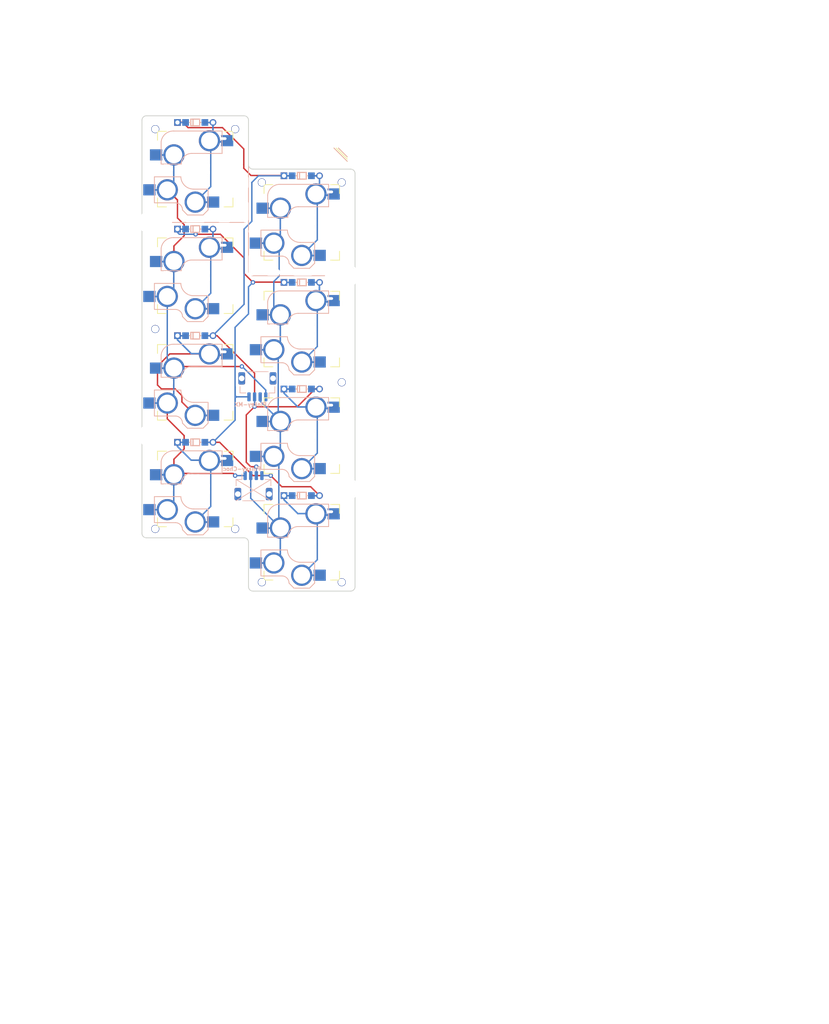
<source format=kicad_pcb>
(kicad_pcb (version 20210228) (generator pcbnew)
  (title_block (rev "1") (company "@e3w2q"))
  (layers (0 "F.Cu" signal) (31 "B.Cu" signal) (34 "B.Paste" user) (35 "F.Paste" user) (36 "B.SilkS" user "B.Silkscreen") (37 "F.SilkS" user "F.Silkscreen") (38 "B.Mask" user) (39 "F.Mask" user) (44 "Edge.Cuts" user))
  (net 0 "")
  (footprint "#footprint:M2_Nut_Hole_rev2" (layer "F.Cu") (at 88.9 71.040625)
    (fp_text reference "H11")
    (fp_text value "MountingHole")
  )
  (footprint "#footprint:M2_Nut_Hole_rev2" (layer "F.Cu") (at 88.9 32.940625)
    (fp_text reference "H12")
    (fp_text value "MountingHole")
  )
  (footprint "#footprint:CherryMX_Choc_Hotswap_rev9_test" (layer "F.Cu") (at 96.04375 23.415625)
    (fp_text reference "SW13" hide)
    (fp_text value "SW_Push" hide)
  )
  (footprint "#footprint:CherryMX_Choc_Hotswap_rev9_test" (layer "F.Cu") (at 115.09375 51.990625)
    (fp_text reference "SW18" hide)
    (fp_text value "SW_Push" hide)
  )
  (footprint "#footprint:M1.4_tapping_Hole_rev2" (layer "F.Cu") (at 107.95 25.796875)
    (fp_text reference "H33" hide)
    (fp_text value "MountingHole" hide)
  )
  (footprint "#footprint:M2_Nut_Hole_rev2" (layer "F.Cu") (at 122.2375 42.465625)
    (fp_text reference "H9")
    (fp_text value "MountingHole")
  )
  (footprint "#footprint:diode_TH_SMD_rev3" (layer "F.Cu") (at 96.04375 53.18125)
    (fp_text reference "D33")
    (fp_text value "D" hide)
  )
  (footprint "#footprint:M1.4_tapping_Hole_rev2" (layer "F.Cu") (at 88.90005 87.709325)
    (fp_text reference "H44" hide)
    (fp_text value "MountingHole" hide)
  )
  (footprint "#footprint:Slit" (layer "F.Cu") (at 115.292663 41.870383 90)
    (fp_text reference "H88")
    (fp_text value "MountingHole")
  )
  (footprint "#footprint:Slitb_b" (layer "F.Cu") (at 101.203565 32.345386 90)
    (fp_text reference "H74")
    (fp_text value "MountingHole")
  )
  (footprint "#footprint:Slitb_c" (layer "F.Cu") (at 106.164515 34.528204)
    (fp_text reference "H75")
    (fp_text value "MountingHole")
  )
  (footprint "#footprint:M2_Nut_Hole_rev2" (layer "F.Cu") (at 122.23755 80.565625)
    (fp_text reference "H10")
    (fp_text value "MountingHole")
  )
  (footprint "#footprint:diode_TH_SMD_rev3" (layer "F.Cu") (at 96.04375 34.13125)
    (fp_text reference "D17")
    (fp_text value "D" hide)
  )
  (footprint "#footprint:CherryMX_Choc_Hotswap_rev9_test" (layer "F.Cu") (at 115.09375 90.090625)
    (fp_text reference "SW38" hide)
    (fp_text value "SW_Push" hide)
  )
  (footprint "#footprint:CherryMX_Choc_Hotswap_rev9_test" (layer "F.Cu") (at 115.09375 71.040625)
    (fp_text reference "SW34" hide)
    (fp_text value "SW_Push" hide)
  )
  (footprint "#footprint:diode_TH_SMD_rev3" (layer "F.Cu") (at 115.09375 43.65625)
    (fp_text reference "D18")
    (fp_text value "D" hide)
  )
  (footprint "#footprint:CherryMX_Choc_Hotswap_rev9_test" (layer "F.Cu") (at 96.04375 42.465625)
    (fp_text reference "SW17" hide)
    (fp_text value "SW_Push" hide)
  )
  (footprint "#footprint:Slit" (layer "F.Cu") (at 96.04375 32.345383 90)
    (fp_text reference "H85")
    (fp_text value "MountingHole")
  )
  (footprint "#footprint:CherryMX_Choc_Hotswap_rev9_test" (layer "F.Cu") (at 96.04375 80.565625)
    (fp_text reference "SW37" hide)
    (fp_text value "SW_Push" hide)
  )
  (footprint "#footprint:diode_TH_SMD_rev3" (layer "F.Cu") (at 115.09375 81.75625)
    (fp_text reference "D38")
    (fp_text value "D" hide)
  )
  (footprint "#footprint:M1.4_tapping_Hole_rev2" (layer "F.Cu") (at 103.1875 87.709375)
    (fp_text reference "H45" hide)
    (fp_text value "MountingHole" hide)
  )
  (footprint "#footprint:M1.4_tapping_Hole_rev2" (layer "F.Cu") (at 122.237758 61.515745)
    (fp_text reference "H123" hide)
    (fp_text value "MountingHole" hide)
  )
  (footprint "#footprint:Slit" (layer "F.Cu") (at 106.164515 40.481344)
    (fp_text reference "H55")
    (fp_text value "MountingHole")
  )
  (footprint "#footprint:diode_TH_SMD_rev3" (layer "F.Cu") (at 115.09375 24.60625)
    (fp_text reference "D14")
    (fp_text value "D" hide)
  )
  (footprint "#footprint:Slitb_b" (layer "F.Cu") (at 104.973887 25.796932)
    (fp_text reference "H73")
    (fp_text value "MountingHole")
  )
  (footprint "#footprint:diode_TH_SMD_rev3" (layer "F.Cu") (at 115.09375 62.70625)
    (fp_text reference "D34")
    (fp_text value "D" hide)
  )
  (footprint "#footprint:M1.4_tapping_Hole_rev2" (layer "F.Cu") (at 88.90005 16.271825)
    (fp_text reference "H34" hide)
    (fp_text value "MountingHole" hide)
  )
  (footprint "#footprint:diode_TH_SMD_rev3" (layer "F.Cu") (at 96.04375 15.08125)
    (fp_text reference "D13")
    (fp_text value "D" hide)
  )
  (footprint "#footprint:M1.4_tapping_Hole_rev2" (layer "F.Cu") (at 103.1875 16.271875)
    (fp_text reference "H32" hide)
    (fp_text value "MountingHole" hide)
  )
  (footprint "#footprint:Slit" (layer "F.Cu") (at 104.973887 30.95632)
    (fp_text reference "H86")
    (fp_text value "MountingHole")
  )
  (footprint "#footprint:M1.4_tapping_Hole_rev2" (layer "F.Cu") (at 72.628125 68.2625)
    (fp_text reference "H122" hide)
    (fp_text value "MountingHole" hide)
  )
  (footprint "#footprint:Slitb_b" (layer "F.Cu") (at 109.934837 41.87041 90)
    (fp_text reference "H87")
    (fp_text value "MountingHole")
  )
  (footprint "#footprint:diode_TH_SMD_rev3" (layer "F.Cu") (at 96.04375 72.23125)
    (fp_text reference "D37")
    (fp_text value "D" hide)
  )
  (footprint "#footprint:CherryMX_Choc_Hotswap_rev9_test" (layer "F.Cu") (at 115.09375 32.940625)
    (fp_text reference "SW14" hide)
    (fp_text value "SW_Push" hide)
  )
  (footprint "#footprint:M1.4_tapping_Hole_rev2" (layer "F.Cu") (at 107.95005 97.234325)
    (fp_text reference "H46" hide)
    (fp_text value "MountingHole" hide)
  )
  (footprint "#footprint:CherryMX_Choc_Hotswap_rev9_test" (layer "F.Cu") (at 96.04375 61.515625)
    (fp_text reference "SW33" hide)
    (fp_text value "SW_Push" hide)
  )
  (footprint "#footprint:M1.4_tapping_Hole_rev2" (layer "F.Cu") (at 122.23755 97.234325)
    (fp_text reference "H47" hide)
    (fp_text value "MountingHole" hide)
  )
  (footprint "#footprint:M1.4_tapping_Hole_rev2" (layer "F.Cu") (at 122.23755 25.796825)
    (fp_text reference "H35" hide)
    (fp_text value "MountingHole" hide)
  )
  (footprint "#footprint:M1.4_tapping_Hole_rev2" (layer "F.Cu") (at 88.9 51.990625)
    (fp_text reference "H122" hide)
    (fp_text value "MountingHole" hide)
  )
  (footprint "#footprint:JST_SH_BM03B-SRSS-TB_1x04-1MP_P1.00mm_Vertical" (layer "B.Cu") (at 106.465625 79.984375)
    (fp_text reference "J9")
    (fp_text value "Conn_01x04")
  )
  (footprint "#footprint:JST_SH_BM03B-SRSS-TB_1x04-1MP_P1.00mm_Vertical" (layer "B.Cu") (at 107.15625 62.309375 180)
    (fp_text reference "J8")
    (fp_text value "Conn_01x04")
  )
  (gr_line (start 105.568796 41.870383) (end 105.568823 22.621897) (layer "B.SilkS") (width 0.15))
  (gr_line (start 121.642188 19.645313) (end 123.229688 21.232813) (layer "B.SilkS") (width 0.15))
  (gr_line (start 91.678136 32.940646) (end 104.973482 32.940673) (layer "B.SilkS") (width 0.15))
  (gr_line (start 120.848438 19.645313) (end 123.229688 22.026563) (layer "B.SilkS") (width 0.15))
  (gr_line (start 106.16411 42.465697) (end 119.261641 42.465724) (layer "B.SilkS") (width 0.15))
  (gr_line (start 120.848438 19.645313) (end 123.229688 22.026563) (layer "F.SilkS") (width 0.15))
  (gr_line (start 121.642188 19.645313) (end 123.229688 21.232813) (layer "F.SilkS") (width 0.15))
  (gr_line (start 121.245313 19.645313) (end 123.229688 21.629688) (layer "F.SilkS") (width 0.15))
  (gr_arc (start 87.3125 14.684375) (end 87.3125 13.890625) (angle -90) (layer "Edge.Cuts") (width 0.15))
  (gr_line (start 105.56875 98.028125) (end 105.56875 90.090625) (layer "Edge.Cuts") (width 0.15))
  (gr_line (start 123.825 23.415625) (end 106.3625 23.415625) (layer "Edge.Cuts") (width 0.15))
  (gr_arc (start 123.825 98.028125) (end 124.61875 98.028125) (angle 90) (layer "Edge.Cuts") (width 0.15))
  (gr_arc (start 106.3625 22.621875) (end 105.56875 22.621875) (angle -90) (layer "Edge.Cuts") (width 0.15))
  (gr_arc (start 104.775 14.684375) (end 105.56875 14.684375) (angle -90) (layer "Edge.Cuts") (width 0.15))
  (gr_arc (start 123.825 24.209375) (end 123.825 23.415625) (angle 90) (layer "Edge.Cuts") (width 0.15))
  (gr_arc (start 104.775 90.090625) (end 105.56875 90.090625) (angle -90) (layer "Edge.Cuts") (width 0.15))
  (gr_line (start 124.61875 24.209375) (end 124.61875 98.028125) (layer "Edge.Cuts") (width 0.15))
  (gr_arc (start 106.3625 98.028125) (end 105.56875 98.028125) (angle -90) (layer "Edge.Cuts") (width 0.15))
  (gr_line (start 86.51875 14.684375) (end 86.51875 88.503125) (layer "Edge.Cuts") (width 0.15))
  (gr_line (start 106.3625 98.821875) (end 123.825 98.821875) (layer "Edge.Cuts") (width 0.15))
  (gr_line (start 104.775 13.890625) (end 87.3125 13.890625) (layer "Edge.Cuts") (width 0.15))
  (gr_line (start 87.3125 89.296875) (end 104.775 89.296875) (layer "Edge.Cuts") (width 0.15))
  (gr_arc (start 87.3125 88.503125) (end 86.51875 88.503125) (angle -90) (layer "Edge.Cuts") (width 0.15))
  (gr_line (start 105.56875 22.621875) (end 105.56875 14.684375) (layer "Edge.Cuts") (width 0.15))
  (gr_text "Pinkey-MX" (at 105.965842 65.484375) (layer "B.SilkS") (effects (font (size 0.7 0.7)) (justify mirror)))
  (gr_text "Pinkey-Choc" (at 104.378125 76.99375) (layer "B.SilkS") (effects (font (size 0.7 0.7)) (justify mirror)))
  (segment (start 94.059375 73.421875) (end 92.23375 75.2475) (width 0.25) (layer "F.Cu") (net 0))
  (segment (start 92.86875 28.940625) (end 92.471875 28.54375) (width 0.25) (layer "F.Cu") (net 0))
  (segment (start 89.296875 58.620223) (end 91.481473 56.435625) (width 0.25) (layer "F.Cu") (net 0))
  (segment (start 104.378125 58.681931) (end 104.367956 58.6921) (width 0.25) (layer "F.Cu") (net 0))
  (segment (start 92.23375 75.2475) (end 92.23375 78.025625) (width 0.25) (layer "F.Cu") (net 0))
  (segment (start 94.059375 33.3375) (end 92.86875 32.146875) (width 0.25) (layer "F.Cu") (net 0))
  (segment (start 92.23375 39.925625) (end 92.23375 37.1475) (width 0.25) (layer "F.Cu") (net 0))
  (segment (start 105.171875 67.342034) (end 106.655148 65.858761) (width 0.25) (layer "F.Cu") (net 0))
  (segment (start 92.468271 77.791104) (end 92.23375 78.025625) (width 0.25) (layer "F.Cu") (net 0))
  (segment (start 99.949721 53.18125) (end 99.21875 53.18125) (width 0.25) (layer "F.Cu") (net 0))
  (segment (start 92.455771 62.690146) (end 89.994779 62.690146) (width 0.25) (layer "F.Cu") (net 0))
  (segment (start 109.5375 78.184375) (end 106.3625 78.184375) (width 0.25) (layer "F.Cu") (net 0))
  (segment (start 106.677637 65.88125) (end 114.300631 65.88125) (width 0.25) (layer "F.Cu") (net 0))
  (segment (start 96.04375 67.415625) (end 93.6625 65.034375) (width 0.25) (layer "F.Cu") (net 0))
  (segment (start 91.481473 56.435625) (end 98.58375 56.435625) (width 0.25) (layer "F.Cu") (net 0))
  (segment (start 106.362953 43.656352) (end 104.775449 42.068848) (width 0.25) (layer "F.Cu") (net 0))
  (segment (start 104.775449 39.291074) (end 100.540136 35.055761) (width 0.25) (layer "F.Cu") (net 0))
  (segment (start 102.794229 77.791104) (end 92.468271 77.791104) (width 0.25) (layer "F.Cu") (net 0))
  (segment (start 89.994779 62.690146) (end 89.296875 61.992242) (width 0.25) (layer "F.Cu") (net 0))
  (segment (start 104.72735 22.574225) (end 104.72735 19.820397) (width 0.25) (layer "F.Cu") (net 0))
  (segment (start 106.655148 65.858761) (end 106.677637 65.88125) (width 0.25) (layer "F.Cu") (net 0))
  (segment (start 100.409375 72.23125) (end 99.21875 72.23125) (width 0.25) (layer "F.Cu") (net 0))
  (segment (start 93.793675 15.0336) (end 92.868375 15.0336) (width 0.25) (layer "F.Cu") (net 0))
  (segment (start 104.72735 19.820397) (end 100.912714 16.005761) (width 0.25) (layer "F.Cu") (net 0))
  (segment (start 92.469275 58.6921) (end 92.233375 58.928) (width 0.25) (layer "F.Cu") (net 0))
  (segment (start 106.410705 43.6086) (end 111.918375 43.6086) (width 0.25) (layer "F.Cu") (net 0))
  (segment (start 111.521875 80.16875) (end 116.68125 80.16875) (width 0.25) (layer "F.Cu") (net 0))
  (segment (start 92.86875 32.146875) (end 92.86875 28.940625) (width 0.25) (layer "F.Cu") (net 0))
  (segment (start 94.059375 35.321875) (end 94.059375 33.3375) (width 0.25) (layer "F.Cu") (net 0))
  (segment (start 100.540136 35.055761) (end 96.111696 35.055761) (width 0.25) (layer "F.Cu") (net 0))
  (segment (start 106.3625 78.184375) (end 100.409375 72.23125) (width 0.25) (layer "F.Cu") (net 0))
  (segment (start 117.523281 62.6586) (end 118.268375 62.6586) (width 0.25) (layer "F.Cu") (net 0))
  (segment (start 104.72735 23.272675) (end 106.013275 24.5586) (width 0.25) (layer "F.Cu") (net 0))
  (segment (start 94.059375 71.040625) (end 94.059375 73.421875) (width 0.25) (layer "F.Cu") (net 0))
  (segment (start 93.6625 63.896875) (end 92.455771 62.690146) (width 0.25) (layer "F.Cu") (net 0))
  (segment (start 106.655148 59.886677) (end 99.949721 53.18125) (width 0.25) (layer "F.Cu") (net 0))
  (segment (start 106.362953 43.656352) (end 106.410705 43.6086) (width 0.25) (layer "F.Cu") (net 0))
  (segment (start 94.765836 16.005761) (end 93.793675 15.0336) (width 0.25) (layer "F.Cu") (net 0))
  (segment (start 91.04375 68.025) (end 94.059375 71.040625) (width 0.25) (layer "F.Cu") (net 0))
  (segment (start 89.296875 61.992242) (end 89.296875 58.620223) (width 0.25) (layer "F.Cu") (net 0))
  (segment (start 103.1875 78.184375) (end 102.794229 77.791104) (width 0.25) (layer "F.Cu") (net 0))
  (segment (start 109.5375 78.184375) (end 111.521875 80.16875) (width 0.25) (layer "F.Cu") (net 0))
  (segment (start 104.775449 42.068848) (end 104.775449 39.291074) (width 0.25) (layer "F.Cu") (net 0))
  (segment (start 105.965625 76.596875) (end 105.171875 75.803125) (width 0.25) (layer "F.Cu") (net 0))
  (segment (start 92.86875 28.940625) (end 91.04375 27.115625) (width 0.25) (layer "F.Cu") (net 0))
  (segment (start 105.171875 75.803125) (end 105.171875 67.342034) (width 0.25) (layer "F.Cu") (net 0))
  (segment (start 100.912714 16.005761) (end 94.765836 16.005761) (width 0.25) (layer "F.Cu") (net 0))
  (segment (start 106.655148 65.858761) (end 106.655148 59.886677) (width 0.25) (layer "F.Cu") (net 0))
  (segment (start 116.68125 80.16875) (end 118.26875 81.75625) (width 0.25) (layer "F.Cu") (net 0))
  (segment (start 92.23375 37.1475) (end 94.059375 35.321875) (width 0.25) (layer "F.Cu") (net 0))
  (segment (start 114.300631 65.88125) (end 117.523281 62.6586) (width 0.25) (layer "F.Cu") (net 0))
  (segment (start 104.367956 58.6921) (end 92.469275 58.6921) (width 0.25) (layer "F.Cu") (net 0))
  (segment (start 93.6625 65.034375) (end 93.6625 63.896875) (width 0.25) (layer "F.Cu") (net 0))
  (segment (start 91.04375 65.215625) (end 91.04375 68.025) (width 0.25) (layer "F.Cu") (net 0))
  (segment (start 111.918375 24.5586) (end 106.013275 24.5586) (width 0.25) (layer "F.Cu") (net 0))
  (segment (start 104.72735 22.574225) (end 104.72735 23.272675) (width 0.25) (layer "F.Cu") (net 0))
  (segment (start 106.655148 65.858761) (end 106.655148 65.802447) (width 0.25) (layer "F.Cu") (net 0))
  (segment (start 106.957812 76.596875) (end 105.965625 76.596875) (width 0.25) (layer "F.Cu") (net 0))
  (via (at 109.5375 78.184375) (size 0.8) (drill 0.4) (layers "F.Cu" "B.Cu") (net 0))
  (via (at 106.655148 65.858761) (size 0.8) (drill 0.4) (layers "F.Cu" "B.Cu") (net 0))
  (via (at 103.1875 78.184375) (size 0.8) (drill 0.4) (layers "F.Cu" "B.Cu") (net 0))
  (via (at 104.378125 58.681931) (size 0.8) (drill 0.4) (layers "F.Cu" "B.Cu") (net 0))
  (via (at 106.362953 43.656352) (size 0.8) (drill 0.4) (layers "F.Cu" "B.Cu") (net 0))
  (via (at 96.111696 35.055761) (size 0.8) (drill 0.4) (layers "F.Cu" "B.Cu") (net 0))
  (via (at 106.957812 76.596875) (size 0.8) (drill 0.4) (layers "F.Cu" "B.Cu") (net 0))
  (segment (start 91.018375 46.181125) (end 92.208375 44.991125) (width 0.25) (layer "B.Cu") (net 0))
  (segment (start 100.853475 56.6556) (end 100.857975 56.6556) (width 0.25) (layer "B.Cu") (net 0))
  (segment (start 99.155175 15.0968) (end 99.218375 15.0336) (width 0.25) (layer "B.Cu") (net 0))
  (segment (start 113.305175 81.7718) (end 113.368375 81.7086) (width 0.25) (layer "B.Cu") (net 0))
  (segment (start 117.868271 66.195146) (end 117.868271 74.166104) (width 0.25) (layer "B.Cu") (net 0))
  (segment (start 106.956475 74.7561) (end 106.893375 74.693) (width 0.25) (layer "B.Cu") (net 0))
  (segment (start 87.906475 27.1311) (end 90.368475 27.1311) (width 0.25) (layer "B.Cu") (net 0))
  (segment (start 114.378975 84.963) (end 111.918375 82.5024) (width 0.25) (layer "B.Cu") (net 0))
  (segment (start 98.818271 45.591104) (end 96.04375 48.365625) (width 0.25) (layer "B.Cu") (net 0))
  (segment (start 100.851275 75.7056) (end 100.853475 75.7056) (width 0.25) (layer "B.Cu") (net 0))
  (segment (start 111.258375 73.5661) (end 111.258375 69.2795) (width 0.25) (layer "B.Cu") (net 0))
  (segment (start 92.868375 72.977375) (end 92.868375 72.183625) (width 0.25) (layer "B.Cu") (net 0))
  (segment (start 119.539075 47.1306) (end 119.826775 47.1306) (width 0.25) (layer "B.Cu") (net 0))
  (segment (start 99.913775 18.5556) (end 100.489275 18.5556) (width 0.25) (layer "B.Cu") (net 0))
  (segment (start 110.068375 74.756125) (end 111.258375 73.566125) (width 0.25) (layer "B.Cu") (net 0))
  (segment (start 117.812875 66.1806) (end 118.963675 66.1806) (width 0.25) (layer "B.Cu") (net 0))
  (segment (start 115.068375 38.8561) (end 115.156475 38.8561) (width 0.25) (layer "B.Cu") (net 0))
  (segment (start 115.156475 57.9061) (end 115.093375 57.843) (width 0.25) (layer "B.Cu") (net 0))
  (segment (start 108.093375 30.353) (end 108.093375 30.4161) (width 0.25) (layer "B.Cu") (net 0))
  (segment (start 94.255175 15.0968) (end 94.318375 15.0336) (width 0.25) (layer "B.Cu") (net 0))
  (segment (start 98.762895 37.605645) (end 101.06472 37.605645) (width 0.25) (layer "B.Cu") (net 0))
  (segment (start 98.495275 56.388) (end 98.558375 56.4511) (width 0.25) (layer "B.Cu") (net 0))
  (segment (start 97.831575 34.1468) (end 99.155175 34.1468) (width 0.25) (layer "B.Cu") (net 0))
  (segment (start 119.899975 47.1306) (end 119.900075 47.1306) (width 0.25) (layer "B.Cu") (net 0))
  (segment (start 97.831575 53.1968) (end 99.155175 53.1968) (width 0.25) (layer "B.Cu") (net 0))
  (segment (start 96.106475 29.3311) (end 99.208375 29.3311) (width 0.25) (layer "B.Cu") (net 0))
  (segment (start 117.812895 28.080645) (end 120.11472 28.080645) (width 0.25) (layer "B.Cu") (net 0))
  (segment (start 99.913775 56.6556) (end 100.489275 56.6556) (width 0.25) (layer "B.Cu") (net 0))
  (segment (start 116.881575 62.7218) (end 118.243375 62.7218) (width 0.25) (layer "B.Cu") (net 0))
  (segment (start 115.156475 57.9061) (end 118.258375 57.9061) (width 0.25) (layer "B.Cu") (net 0))
  (segment (start 119.916675 85.2306) (end 119.934675 85.2306) (width 0.25) (layer "B.Cu") (net 0))
  (segment (start 119.826775 66.1806) (end 119.898675 66.1806) (width 0.25) (layer "B.Cu") (net 0))
  (segment (start 92.868375 53.927375) (end 92.868375 53.133625) (width 0.25) (layer "B.Cu") (net 0))
  (segment (start 110.09375 74.740625) (end 110.994239 75.641114) (width 0.25) (layer "B.Cu") (net 0))
  (segment (start 119.907675 28.0806) (end 119.916675 28.0806) (width 0.25) (layer "B.Cu") (net 0))
  (segment (start 106.893375 93.743) (end 106.893375 93.8061) (width 0.25) (layer "B.Cu") (net 0))
  (segment (start 87.843375 84.218) (end 87.843375 84.2811) (width 0.25) (layer "B.Cu") (net 0))
  (segment (start 98.762875 37.6056) (end 99.913775 37.6056) (width 0.25) (layer "B.Cu") (net 0))
  (segment (start 119.900175 47.1306) (end 119.900475 47.1306) (width 0.25) (layer "B.Cu") (net 0))
  (segment (start 115.068375 96.006125) (end 118.258375 96.006125) (width 0.25) (layer "B.Cu") (net 0))
  (segment (start 118.268375 24.5586) (end 118.268375 27.178) (width 0.25) (layer "B.Cu") (net 0))
  (segment (start 99.913775 37.6056) (end 100.489275 37.6056) (width 0.25) (layer "B.Cu") (net 0))
  (segment (start 92.843375 72.2468) (end 92.931575 72.2468) (width 0.25) (layer "B.Cu") (net 0))
  (segment (start 111.981575 43.6718) (end 113.305175 43.6718) (width 0.25) (layer "B.Cu") (net 0))
  (segment (start 111.28375 68.500625) (end 107.65625 64.873125) (width 0.25) (layer "B.Cu") (net 0))
  (segment (start 87.843375 84.2811) (end 91.018375 84.2811) (width 0.25) (layer "B.Cu") (net 0))
  (segment (start 96.018375 86.481125) (end 99.208375 86.481125) (width 0.25) (layer "B.Cu") (net 0))
  (segment (start 92.233375 39.878) (end 92.208375 39.903) (width 0.25) (layer "B.Cu") (net 0))
  (segment (start 106.868375 36.6561) (end 106.893375 36.6561) (width 0.25) (layer "B.Cu") (net 0))
  (segment (start 100.857975 56.6556) (end 100.866975 56.6556) (width 0.25) (layer "B.Cu") (net 0))
  (segment (start 117.633375 46.863) (end 117.608375 46.888) (width 0.25) (layer "B.Cu") (net 0))
  (segment (start 100.920875 37.6056) (end 101.064675 37.6056) (width 0.25) (layer "B.Cu") (net 0))
  (segment (start 87.818375 84.281125) (end 91.018375 84.281125) (width 0.25) (layer "B.Cu") (net 0))
  (segment (start 118.268375 24.558625) (end 118.268375 27.178) (width 0.25) (layer "B.Cu") (net 0))
  (segment (start 118.258375 38.8561) (end 118.268375 38.8461) (width 0.25) (layer "B.Cu") (net 0))
  (segment (start 98.818271 26.541104) (end 96.04375 29.315625) (width 0.25) (layer "B.Cu") (net 0))
  (segment (start 99.155175 34.1468) (end 99.218375 34.0836) (width 0.25) (layer "B.Cu") (net 0))
  (segment (start 118.258375 96.0061) (end 118.268375 95.9961) (width 0.25) (layer "B.Cu") (net 0))
  (segment (start 92.208375 64.041125) (end 92.208375 58.991125) (width 0.25) (layer "B.Cu") (net 0))
  (segment (start 119.899975 28.0806) (end 119.900075 28.0806) (width 0.25) (layer "B.Cu") (net 0))
  (segment (start 92.931575 15.0968) (end 92.868375 15.0336) (width 0.25) (layer "B.Cu") (net 0))
  (segment (start 106.965625 76.604688) (end 106.965625 78.184375) (width 0.25) (layer "B.Cu") (net 0))
  (segment (start 119.898675 47.1306) (end 119.899875 47.1306) (width 0.25) (layer "B.Cu") (net 0))
  (segment (start 117.812875 47.1306) (end 118.963675 47.1306) (width 0.25) (layer "B.Cu") (net 0))
  (segment (start 92.843375 15.0968) (end 94.293375 15.0968) (width 0.25) (layer "B.Cu") (net 0))
  (segment (start 92.208375 21.6545) (end 92.208375 20.8911) (width 0.25) (layer "B.Cu") (net 0))
  (segment (start 98.583375 56.388) (end 95.329 56.388) (width 0.25) (layer "B.Cu") (net 0))
  (segment (start 110.068375 55.7061) (end 110.663375 55.1111) (width 0.25) (layer "B.Cu") (net 0))
  (segment (start 106.893375 36.593) (end 106.893375 36.6561) (width 0.25) (layer "B.Cu") (net 0))
  (segment (start 100.850175 37.6056) (end 100.851275 37.6056) (width 0.25) (layer "B.Cu") (net 0))
  (segment (start 118.268375 28.5361) (end 117.812875 28.0806) (width 0.25) (layer "B.Cu") (net 0))
  (segment (start 119.900475 28.0806) (end 119.900975 28.0806) (width 0.25) (layer "B.Cu") (net 0))
  (segment (start 119.826775 85.2306) (end 119.898675 85.2306) (width 0.25) (layer "B.Cu") (net 0))
  (segment (start 99.155175 15.0968) (end 99.193375 15.0968) (width 0.25) (layer "B.Cu") (net 0))
  (segment (start 100.853475 18.5556) (end 100.857975 18.5556) (width 0.25) (layer "B.Cu") (net 0))
  (segment (start 118.268375 85.6861) (end 117.812875 85.2306) (width 0.25) (layer "B.Cu") (net 0))
  (segment (start 98.495275 56.388) (end 95.328975 56.388) (width 0.25) (layer "B.Cu") (net 0))
  (segment (start 100.489275 18.5556) (end 100.776975 18.5556) (width 0.25) (layer "B.Cu") (net 0))
  (segment (start 106.868375 74.7561) (end 106.956475 74.7561) (width 0.25) (layer "B.Cu") (net 0))
  (segment (start 105.965625 78.184375) (end 105.965625 82.2325) (width 0.25) (layer "B.Cu") (net 0))
  (segment (start 96.04375 86.465625) (end 98.818271 83.691104) (width 0.25) (layer "B.Cu") (net 0))
  (segment (start 99.218375 34.0836) (end 99.218375 36.703) (width 0.25) (layer "B.Cu") (net 0))
  (segment (start 100.920875 75.7056) (end 101.064675 75.7056) (width 0.25) (layer "B.Cu") (net 0))
  (segment (start 117.608375 46.888) (end 117.608375 46.9261) (width 0.25) (layer "B.Cu") (net 0))
  (segment (start 99.208375 48.381125) (end 99.218375 48.371125) (width 0.25) (layer "B.Cu") (net 0))
  (segment (start 115.156475 38.8561) (end 118.258375 38.8561) (width 0.25) (layer "B.Cu") (net 0))
  (segment (start 104.433694 58.681931) (end 108.65625 62.904487) (width 0.25) (layer "B.Cu") (net 0))
  (segment (start 115.093375 76.893) (end 115.093375 76.9561) (width 0.25) (layer "B.Cu") (net 0))
  (segment (start 119.900975 28.0806) (end 119.903175 28.0806) (width 0.25) (layer "B.Cu") (net 0))
  (segment (start 119.900175 66.1806) (end 119.900475 66.1806) (width 0.25) (layer "B.Cu") (net 0))
  (segment (start 118.268375 43.6086) (end 118.268375 44.9183) (width 0.25) (layer "B.Cu") (net 0))
  (segment (start 91.018375 27.131125) (end 92.208375 25.941125) (width 0.25) (layer "B.Cu") (net 0))
  (segment (start 118.963675 85.2306) (end 119.539075 85.2306) (width 0.25) (layer "B.Cu") (net 0))
  (segment (start 104.965625 78.184375) (end 103.1875 78.184375) (width 0.25) (layer "B.Cu") (net 0))
  (segment (start 113.305175 81.7718) (end 113.343375 81.7718) (width 0.25) (layer "B.Cu") (net 0))
  (segment (start 107.355197 24.60625) (end 106.164515 25.796932) (width 0.25) (layer "B.Cu") (net 0))
  (segment (start 90.368475 65.2311) (end 91.018375 65.2311) (width 0.25) (layer "B.Cu") (net 0))
  (segment (start 108.068375 87.5661) (end 108.093375 87.5661) (width 0.25) (layer "B.Cu") (net 0))
  (segment (start 100.850175 56.6556) (end 100.851275 56.6556) (width 0.25) (layer "B.Cu") (net 0))
  (segment (start 115.093375 96.0061) (end 118.258375 96.0061) (width 0.25) (layer "B.Cu") (net 0))
  (segment (start 100.849875 56.6556) (end 100.849975 56.6556) (width 0.25) (layer "B.Cu") (net 0))
  (segment (start 117.868271 85.245146) (end 117.868271 93.216104) (width 0.25) (layer "B.Cu") (net 0))
  (segment (start 106.465275 55.2772) (end 106.465275 56.1242) (width 0.25) (layer "B.Cu") (net 0))
  (segment (start 98.762875 56.6556) (end 99.913775 56.6556) (width 0.25) (layer "B.Cu") (net 0))
  (segment (start 106.868375 93.806125) (end 110.068375 93.806125) (width 0.25) (layer "B.Cu") (net 0))
  (segment (start 92.208375 79.3938) (end 92.208375 78.0411) (width 0.25) (layer "B.Cu") (net 0))
  (segment (start 111.28375 68.500625) (end 110.88077 68.097645) (width 0.25) (layer "B.Cu") (net 0))
  (segment (start 89.106475 39.9411) (end 89.043375 39.878) (width 0.25) (layer "B.Cu") (net 0))
  (segment (start 111.258375 30.378) (end 111.258375 30.4161) (width 0.25) (layer "B.Cu") (net 0))
  (segment (start 99.208375 48.3811) (end 99.218375 48.3711) (width 0.25) (layer "B.Cu") (net 0))
  (segment (start 117.633375 84.963) (end 117.545275 84.963) (width 0.25) (layer "B.Cu") (net 0))
  (segment (start 100.866975 56.6556) (end 100.884975 56.6556) (width 0.25) (layer "B.Cu") (net 0))
  (segment (start 91.613375 83.6861) (end 92.208375 83.0911) (width 0.25) (layer "B.Cu") (net 0))
  (segment (start 100.851275 56.6556) (end 100.853475 56.6556) (width 0.25) (layer "B.Cu") (net 0))
  (segment (start 108.093375 87.503) (end 108.093375 87.5661) (width 0.25) (layer "B.Cu") (net 0))
  (segment (start 90.368475 27.1311) (end 91.942975 28.7056) (width 0.25) (layer "B.Cu") (net 0))
  (segment (start 100.849575 18.5556) (end 100.849875 18.5556) (width 0.25) (layer "B.Cu") (net 0))
  (segment (start 99.218375 76.161125) (end 98.558375 75.501125) (width 0.25) (layer "B.Cu") (net 0))
  (segment (start 97.743375 34.1468) (end 97.831575 34.1468) (width 0.25) (layer "B.Cu") (net 0))
  (segment (start 117.633375 27.813) (end 117.608375 27.838) (width 0.25) (layer "B.Cu") (net 0))
  (segment (start 91.018375 46.1811) (end 91.613375 45.5861) (width 0.25) (layer "B.Cu") (net 0))
  (segment (start 92.931575 72.2468) (end 92.868375 72.1836) (width 0.25) (layer "B.Cu") (net 0))
  (segment (start 100.849575 56.6556) (end 100.849875 56.6556) (width 0.25) (layer "B.Cu") (net 0))
  (segment (start 91.942975 39.9411) (end 89.106475 39.9411) (width 0.25) (layer "B.Cu") (net 0))
  (segment (start 100.849875 75.7056) (end 100.849975 75.7056) (width 0.25) (layer "B.Cu") (net 0))
  (segment (start 111.893375 24.6218) (end 113.343375 24.6218) (width 0.25) (layer "B.Cu") (net 0))
  (segment (start 97.743375 72.2468) (end 97.831575 72.2468) (width 0.25) (layer "B.Cu") (net 0))
  (segment (start 119.970575 85.2306) (end 120.114375 85.2306) (width 0.25) (layer "B.Cu") (net 0))
  (segment (start 111.981575 81.7718) (end 111.918375 81.7086) (width 0.25) (layer "B.Cu") (net 0))
  (segment (start 100.857975 18.5556) (end 100.866975 18.5556) (width 0.25) (layer "B.Cu") (net 0))
  (segment (start 119.907675 66.1806) (end 119.916675 66.1806) (width 0.25) (layer "B.Cu") (net 0))
  (segment (start 110.068375 36.656125) (end 111.258375 35.466125) (width 0.25) (layer "B.Cu") (net 0))
  (segment (start 110.663375 74.1611) (end 110.625275 74.1611) (width 0.25) (layer "B.Cu") (net 0))
  (segment (start 100.851275 18.5556) (end 100.853475 18.5556) (width 0.25) (layer "B.Cu") (net 0))
  (segment (start 100.850075 18.5556) (end 100.850175 18.5556) (width 0.25) (layer "B.Cu") (net 0))
  (segment (start 87.843375 65.2311) (end 90.368475 65.2311) (width 0.25) (layer "B.Cu") (net 0))
  (segment (start 118.268375 44.9183) (end 118.243375 44.8933) (width 0.25) (layer "B.Cu") (net 0))
  (segment (start 105.965625 82.2325) (end 111.28375 87.550625) (width 0.25) (layer "B.Cu") (net 0))
  (segment (start 92.208375 44.991125) (end 92.208375 39.941125) (width 0.25) (layer "B.Cu") (net 0))
  (segment (start 89.106475 39.9411) (end 89.018375 39.9411) (width 0.25) (layer "B.Cu") (net 0))
  (segment (start 116.793375 43.6718) (end 118.243375 43.6718) (width 0.25) (layer "B.Cu") (net 0))
  (segment (start 118.268375 43.608625) (end 118.268375 46.228) (width 0.25) (layer "B.Cu") (net 0))
  (segment (start 111.918375 63.4524) (end 111.918375 62.6586) (width 0.25) (layer "B.Cu") (net 0))
  (segment (start 98.762875 37.6056) (end 98.558375 37.4011) (width 0.25) (layer "B.Cu") (net 0))
  (segment (start 117.63375 27.860625) (end 117.868271 28.095146) (width 0.25) (layer "B.Cu") (net 0))
  (segment (start 106.868375 55.7061) (end 110.068375 55.7061) (width 0.25) (layer "B.Cu") (net 0))
  (segment (start 92.208375 25.9411) (end 92.208375 21.6545) (width 0.25) (layer "B.Cu") (net 0))
  (segment (start 111.258375 92.6161) (end 110.663375 93.2111) (width 0.25) (layer "B.Cu") (net 0))
  (segment (start 108.156475 49.4661) (end 108.093375 49.403) (width 0.25) (layer "B.Cu") (net 0))
  (segment (start 87.818375 27.1311) (end 87.906475 27.1311) (width 0.25) (layer "B.Cu") (net 0))
  (segment (start 118.258375 76.956125) (end 118.268375 76.946125) (width 0.25) (layer "B.Cu") (net 0))
  (segment (start 91.575275 83.6861) (end 91.043375 84.218) (width 0.25) (layer "B.Cu") (net 0))
  (segment (start 92.208375 58.9911) (end 90.605875 58.9911) (width 0.25) (layer "B.Cu") (net 0))
  (segment (start 119.900975 66.1806) (end 119.903175 66.1806) (width 0.25) (layer "B.Cu") (net 0))
  (segment (start 98.762875 75.7056) (end 98.558375 75.5011) (width 0.25) (layer "B.Cu") (net 0))
  (segment (start 118.258375 76.9561) (end 118.268375 76.9461) (width 0.25) (layer "B.Cu") (net 0))
  (segment (start 98.762875 56.6556) (end 98.558375 56.4511) (width 0.25) (layer "B.Cu") (net 0))
  (segment (start 113.343375 24.5836) (end 113.343375 24.6218) (width 0.25) (layer "B.Cu") (net 0))
  (segment (start 115.156475 38.8561) (end 115.093375 38.793) (width 0.25) (layer "B.Cu") (net 0))
  (segment (start 92.208375 44.9911) (end 92.208375 39.9411) (width 0.25) (layer "B.Cu") (net 0))
  (segment (start 119.539075 85.2306) (end 119.826775 85.2306) (width 0.25) (layer "B.Cu") (net 0))
  (segment (start 91.04375 57.785625) (end 92.23375 58.975625) (width 0.25) (layer "B.Cu") (net 0))
  (segment (start 116.069275 65.9761) (end 117.608375 65.9761) (width 0.25) (layer "B.Cu") (net 0))
  (segment (start 119.899875 85.2306) (end 119.899975 85.2306) (width 0.25) (layer "B.Cu") (net 0))
  (segment (start 111.893375 81.7718) (end 111.981575 81.7718) (width 0.25) (layer "B.Cu") (net 0))
  (segment (start 96.018375 86.4811) (end 96.106475 86.4811) (width 0.25) (layer "B.Cu") (net 0))
  (segment (start 91.018375 65.231125) (end 92.208375 64.041125) (width 0.25) (layer "B.Cu") (net 0))
  (segment (start 118.268375 66.6361) (end 117.812875 66.1806) (width 0.25) (layer "B.Cu") (net 0))
  (segment (start 98.58375 37.385625) (end 98.818271 37.620146) (width 0.25) (layer "B.Cu") (net 0))
  (segment (start 104.775 47.576975) (end 99.155175 53.1968) (width 0.25) (layer "B.Cu") (net 0))
  (segment (start 119.539075 28.0806) (end 119.826775 28.0806) (width 0.25) (layer "B.Cu") (net 0))
  (segment (start 117.812895 47.130645) (end 120.11472 47.130645) (width 0.25) (layer "B.Cu") (net 0))
  (segment (start 119.900175 85.2306) (end 119.900475 85.2306) (width 0.25) (layer "B.Cu") (net 0))
  (segment (start 110.663375 74.1611) (end 111.258375 73.5661) (width 0.25) (layer "B.Cu") (net 0))
  (segment (start 106.868375 55.706125) (end 110.068375 55.706125) (width 0.25) (layer "B.Cu") (net 0))
  (segment (start 108.068375 30.416125) (end 111.258375 30.416125) (width 0.25) (layer "B.Cu") (net 0))
  (segment (start 99.218375 34.083625) (end 99.218375 36.703) (width 0.25) (layer "B.Cu") (net 0))
  (segment (start 119.900475 66.1806) (end 119.900975 66.1806) (width 0.25) (layer "B.Cu") (net 0))
  (segment (start 92.208375 39.9411) (end 91.942975 39.9411) (width 0.25) (layer "B.Cu") (net 0))
  (segment (start 100.849875 18.5556) (end 100.849975 18.5556) (width 0.25) (layer "B.Cu") (net 0))
  (segment (start 100.849975 18.5556) (end 100.850075 18.5556) (width 0.25) (layer "B.Cu") (net 0))
  (segment (start 100.884975 75.7056) (end 100.920875 75.7056) (width 0.25) (layer "B.Cu") (net 0))
  (segment (start 94.293375 34.1086) (end 94.293375 34.1468) (width 0.25) (layer "B.Cu") (net 0))
  (segment (start 117.812895 66.180645) (end 120.11472 66.180645) (width 0.25) (layer "B.Cu") (net 0))
  (segment (start 119.934675 66.1806) (end 119.970575 66.1806) (width 0.25) (layer "B.Cu") (net 0))
  (segment (start 116.881575 62.7218) (end 116.818375 62.6586) (width 0.25) (layer "B.Cu") (net 0))
  (segment (start 95.329 75.438) (end 92.868375 72.977375) (width 0.25) (layer "B.Cu") (net 0))
  (segment (start 116.006175 65.913) (end 114.378975 65.913) (width 0.25) (layer "B.Cu") (net 0))
  (segment (start 92.208375 64.0411) (end 92.208375 59.7545) (width 0.25) (layer "B.Cu") (net 0))
  (segment (start 116.881575 24.6218) (end 118.205175 24.6218) (width 0.25) (layer "B.Cu") (net 0))
  (segment (start 104.775 34.131777) (end 104.775 47.576975) (width 0.25) (layer "B.Cu") (net 0))
  (segment (start 110.88077 56.477645) (end 110.09375 55.690625) (width 0.25) (layer "B.Cu") (net 0))
  (segment (start 111.258375 69.2795) (end 111.258375 68.5161) (width 0.25) (layer "B.Cu") (net 0))
  (segment (start 99.208375 86.481125) (end 99.218375 86.471125) (width 0.25) (layer "B.Cu") (net 0))
  (segment (start 100.849575 37.6056) (end 100.849875 37.6056) (width 0.25) (layer "B.Cu") (net 0))
  (segment (start 111.258375 54.516125) (end 111.258375 49.466125) (width 0.25) (layer "B.Cu") (net 0))
  (segment (start 87.843375 65.168) (end 87.843375 65.2311) (width 0.25) (layer "B.Cu") (net 0))
  (segment (start 115.068375 57.906125) (end 118.258375 57.906125) (width 0.25) (layer "B.Cu") (net 0))
  (segment (start 91.613375 26.5361) (end 92.208375 25.9411) (width 0.25) (layer "B.Cu") (net 0))
  (segment (start 109.448675 49.4661) (end 108.156475 49.4661) (width 0.25) (layer "B.Cu") (net 0))
  (segment (start 97.831575 53.1968) (end 97.768375 53.1336) (width 0.25) (layer "B.Cu") (net 0))
  (segment (start 118.205175 24.6218) (end 118.243375 24.6218) (width 0.25) (layer "B.Cu") (net 0))
  (segment (start 100.853475 75.7056) (end 100.857975 75.7056) (width 0.25) (layer "B.Cu") (net 0))
  (segment (start 111.893375 62.7218) (end 113.343375 62.7218) (width 0.25) (layer "B.Cu") (net 0))
  (segment (start 114.378975 65.913) (end 111.918375 63.4524) (width 0.25) (layer "B.Cu") (net 0))
  (segment (start 111.893375 43.6718) (end 113.343375 43.6718) (width 0.25) (layer "B.Cu") (net 0))
  (segment (start 110.88077 68.097645) (end 110.88077 56.477645) (width 0.25) (layer "B.Cu") (net 0))
  (segment (start 105.65625 64.109375) (end 103.4 64.109375) (width 0.25) (layer "B.Cu") (net 0))
  (segment (start 92.843375 53.1968) (end 94.293375 53.1968) (width 0.25) (layer "B.Cu") (net 0))
  (segment (start 110.994239 75.641114) (end 110.994239 87.261114) (width 0.25) (layer "B.Cu") (net 0))
  (segment (start 96.111696 35.055761) (end 93.198056 35.055761) (width 0.25) (layer "B.Cu") (net 0))
  (segment (start 111.981575 62.7218) (end 113.305175 62.7218) (width 0.25) (layer "B.Cu") (net 0))
  (segment (start 98.583375 56.388) (end 98.495275 56.388) (width 0.25) (layer "B.Cu") (net 0))
  (segment (start 118.268375 85.686125) (end 117.608375 85.026125) (width 0.25) (layer "B.Cu") (net 0))
  (segment (start 111.893375 62.7218) (end 111.981575 62.7218) (width 0.25) (layer "B.Cu") (net 0))
  (segment (start 92.843375 15.0968) (end 92.931575 15.0968) (width 0.25) (layer "B.Cu") (net 0))
  (segment (start 96.106475 67.4311) (end 99.208375 67.4311) (width 0.25) (layer "B.Cu") (net 0))
  (segment (start 119.900975 47.1306) (end 119.903175 47.1306) (width 0.25) (layer "B.Cu") (net 0))
  (segment (start 92.233375 59.7295) (end 92.233375 58.928) (width 0.25) (layer "B.Cu") (net 0))
  (segment (start 87.843375 46.1811) (end 91.018375 46.1811) (width 0.25) (layer "B.Cu") (net 0))
  (segment (start 99.913775 75.7056) (end 100.489275 75.7056) (width 0.25) (layer "B.Cu") (net 0))
  (segment (start 98.762895 56.655645) (end 101.06472 56.655645) (width 0.25) (layer "B.Cu") (net 0))
  (segment (start 110.663375 93.2111) (end 110.068375 93.8061) (width 0.25) (layer "B.Cu") (net 0))
  (segment (start 100.920875 56.6556) (end 101.064675 56.6556) (width 0.25) (layer "B.Cu") (net 0))
  (segment (start 108.093375 68.453) (end 108.093375 68.5161) (width 0.25) (layer "B.Cu") (net 0))
  (segment (start 98.583375 18.288) (end 98.558375 18.313) (width 0.25) (layer "B.Cu") (net 0))
  (segment (start 118.268375 81.7086) (end 118.243375 81.7336) (width 0.25) (layer "B.Cu") (net 0))
  (segment (start 90.368475 27.1311) (end 91.018375 27.1311) (width 0.25) (layer "B.Cu") (net 0))
  (segment (start 100.853475 37.6056) (end 100.857975 37.6056) (width 0.25) (layer "B.Cu") (net 0))
  (segment (start 103.168261 51.691994) (end 103.168261 62.328614) (width 0.25) (layer "B.Cu") (net 0))
  (segment (start 92.208375 20.8911) (end 89.106475 20.8911) (width 0.25) (layer "B.Cu") (net 0))
  (segment (start 118.268375 27.178) (end 117.633375 27.813) (width 0.25) (layer "B.Cu") (net 0))
  (segment (start 110.663375 93.2111) (end 110.625275 93.2111) (width 0.25) (layer "B.Cu") (net 0))
  (segment (start 111.893375 24.6218) (end 111.981575 24.6218) (width 0.25) (layer "B.Cu") (net 0))
  (segment (start 117.812895 85.230645) (end 120.11472 85.230645) (width 0.25) (layer "B.Cu") (net 0))
  (segment (start 110.068375 55.706125) (end 111.258375 54.516125) (width 0.25) (layer "B.Cu") (net 0))
  (segment (start 116.881575 81.7718) (end 116.818375 81.7086) (width 0.25) (layer "B.Cu") (net 0))
  (segment (start 92.843375 34.1468) (end 92.931575 34.1468) (width 0.25) (layer "B.Cu") (net 0))
  (segment (start 100.850175 18.5556) (end 100.851275 18.5556) (width 0.25) (layer "B.Cu") (net 0))
  (segment (start 104.378125 58.681931) (end 104.433694 58.681931) (width 0.25) (layer "B.Cu") (net 0))
  (segment (start 89.043375 78.0411) (end 89.018375 78.0411) (width 0.25) (layer "B.Cu") (net 0))
  (segment (start 87.818375 65.231125) (end 91.018375 65.231125) (width 0.25) (layer "B.Cu") (net 0))
  (segment (start 92.931575 53.1968) (end 94.255175 53.1968) (width 0.25) (layer "B.Cu") (net 0))
  (segment (start 108.068375 49.466125) (end 111.258375 49.466125) (width 0.25) (layer "B.Cu") (net 0))
  (segment (start 118.258375 96.006125) (end 118.268375 95.996125) (width 0.25) (layer "B.Cu") (net 0))
  (segment (start 119.900475 85.2306) (end 119.900975 85.2306) (width 0.25) (layer "B.Cu") (net 0))
  (segment (start 91.575275 64.6361) (end 91.043375 65.168) (width 0.25) (layer "B.Cu") (net 0))
  (segment (start 103.168261 65.465136) (end 103.168261 68.281739) (width 0.25) (layer "B.Cu") (net 0))
  (segment (start 87.818375 84.2811) (end 87.843375 84.2811) (width 0.25) (layer "B.Cu") (net 0))
  (segment (start 89.106475 20.8911) (end 89.043375 20.828) (width 0.25) (layer "B.Cu") (net 0))
  (segment (start 117.812875 28.0806) (end 117.608375 27.8761) (width 0.25) (layer "B.Cu") (net 0))
  (segment (start 92.931575 72.2468) (end 94.255175 72.2468) (width 0.25) (layer "B.Cu") (net 0))
  (segment (start 91.04375 46.165625) (end 91.04375 57.785625) (width 0.25) (layer "B.Cu") (net 0))
  (segment (start 110.625275 93.2111) (end 110.093375 93.743) (width 0.25) (layer "B.Cu") (net 0))
  (segment (start 115.068375 76.9561) (end 115.093375 76.9561) (width 0.25) (layer "B.Cu") (net 0))
  (segment (start 98.495275 75.438) (end 95.328975 75.438) (width 0.25) (layer "B.Cu") (net 0))
  (segment (start 119.826775 47.1306) (end 119.898675 47.1306) (width 0.25) (layer "B.Cu") (net 0))
  (segment (start 117.812875 47.1306) (end 117.608375 46.9261) (width 0.25) (layer "B.Cu") (net 0))
  (segment (start 117.868271 28.095146) (end 117.868271 36.066104) (width 0.25) (layer "B.Cu") (net 0))
  (segment (start 91.04375 38.735625) (end 92.23375 39.925625) (width 0.25) (layer "B.Cu") (net 0))
  (segment (start 99.208375 29.3311) (end 99.218375 29.3211) (width 0.25) (layer "B.Cu") (net 0))
  (segment (start 100.848975 37.6056) (end 100.849575 37.6056) (width 0.25) (layer "B.Cu") (net 0))
  (segment (start 99.218375 38.0611) (end 98.762875 37.6056) (width 0.25) (layer "B.Cu") (net 0))
  (segment (start 119.539075 66.1806) (end 119.826775 66.1806) (width 0.25) (layer "B.Cu") (net 0))
  (segment (start 119.898675 28.0806) (end 119.899875 28.0806) (width 0.25) (layer "B.Cu") (net 0))
  (segment (start 91.018375 27.1311) (end 91.613375 26.5361) (width 0.25) (layer "B.Cu") (net 0))
  (segment (start 97.743375 15.0968) (end 99.193375 15.0968) (width 0.25) (layer "B.Cu") (net 0))
  (segment (start 118.258375 38.856125) (end 118.268375 38.846125) (width 0.25) (layer "B.Cu") (net 0))
  (segment (start 111.258375 35.4661) (end 111.258375 30.4161) (width 0.25) (layer "B.Cu") (net 0))
  (segment (start 92.868375 53.9274) (end 92.868375 53.1336) (width 0.25) (layer "B.Cu") (net 0))
  (segment (start 99.155175 72.2468) (end 99.193375 72.2468) (width 0.25) (layer "B.Cu") (net 0))
  (segment (start 100.857975 75.7056) (end 100.866975 75.7056) (width 0.25) (layer "B.Cu") (net 0))
  (segment (start 92.86875 34.726455) (end 92.86875 34.13125) (width 0.25) (layer "B.Cu") (net 0))
  (segment (start 98.762895 18.555645) (end 101.06472 18.555645) (width 0.25) (layer "B.Cu") (net 0))
  (segment (start 115.068375 38.856125) (end 118.258375 38.856125) (width 0.25) (layer "B.Cu") (net 0))
  (segment (start 91.575275 26.5361) (end 91.043375 27.068) (width 0.25) (layer "B.Cu") (net 0))
  (segment (start 111.918375 82.5024) (end 111.918375 81.7086) (width 0.25) (layer "B.Cu") (net 0))
  (segment (start 110.093375 48.8214) (end 110.093375 43.49725) (width 0.25) (layer "B.Cu") (net 0))
  (segment (start 118.268375 28.536125) (end 117.608375 27.876125) (width 0.25) (layer "B.Cu") (net 0))
  (segment (start 117.812875 85.2306) (end 118.963675 85.2306) (width 0.25) (layer "B.Cu") (net 0))
  (segment (start 100.489275 56.6556) (end 100.776975 56.6556) (width 0.25) (layer "B.Cu") (net 0))
  (segment (start 109.675875 68.5161) (end 108.093375 68.5161) (width 0.25) (layer "B.Cu") (net 0))
  (segment (start 108.068375 87.566125) (end 111.258375 87.566125) (width 0.25) (layer "B.Cu") (net 0))
  (segment (start 92.208375 21.6545) (end 92.233375 21.6295) (width 0.25) (layer "B.Cu") (net 0))
  (segment (start 89.018375 39.941125) (end 92.208375 39.941125) (width 0.25) (layer "B.Cu") (net 0))
  (segment (start 98.762875 75.7056) (end 99.913775 75.7056) (width 0.25) (layer "B.Cu") (net 0))
  (segment (start 98.558375 37.363) (end 98.558375 37.4011) (width 0.25) (layer "B.Cu") (net 0))
  (segment (start 117.633375 65.913) (end 116.006175 65.913) (width 0.25) (layer "B.Cu") (net 0))
  (segment (start 99.218375 76.1611) (end 98.762875 75.7056) (width 0.25) (layer "B.Cu") (net 0))
  (segment (start 119.970575 28.0806) (end 120.114375 28.0806) (width 0.25) (layer "B.Cu") (net 0))
  (segment (start 92.208375 83.091125) (end 92.208375 78.041125) (width 0.25) (layer "B.Cu") (net 0))
  (segment (start 117.868271 47.145146) (end 117.868271 55.116104) (width 0.25) (layer "B.Cu") (net 0))
  (segment (start 117.812875 28.0806) (end 118.963675 28.0806) (width 0.25) (layer "B.Cu") (net 0))
  (segment (start 100.849975 75.7056) (end 100.850075 75.7056) (width 0.25) (layer "B.Cu") (net 0))
  (segment (start 105.56875 49.291505) (end 103.168261 51.691994) (width 0.25) (layer "B.Cu") (net 0))
  (segment (start 113.305175 43.6718) (end 113.368375 43.6086) (width 0.25) (layer "B.Cu") (net 0))
  (segment (start 118.268375 46.228) (end 117.633375 46.863) (width 0.25) (layer "B.Cu") (net 0))
  (segment (start 111.918375 82.502375) (end 111.918375 81.708625) (width 0.25) (layer "B.Cu") (net 0))
  (segment (start 108.65625 62.904487) (end 108.65625 64.109375) (width 0.25) (layer "B.Cu") (net 0))
  (segment (start 118.205175 24.6218) (end 118.268375 24.5586) (width 0.25) (layer "B.Cu") (net 0))
  (segment (start 100.857975 37.6056) (end 100.866975 37.6056) (width 0.25) (layer "B.Cu") (net 0))
  (segment (start 110.068375 93.8061) (end 106.893375 93.8061) (width 0.25) (layer "B.Cu") (net 0))
  (segment (start 89.018375 58.991125) (end 92.208375 58.991125) (width 0.25) (layer "B.Cu") (net 0))
  (segment (start 119.900975 85.2306) (end 119.903175 85.2306) (width 0.25) (layer "B.Cu") (net 0))
  (segment (start 97.831575 34.1468) (end 97.768375 34.0836) (width 0.25) (layer "B.Cu") (net 0))
  (segment (start 100.884975 18.5556) (end 100.920875 18.5556) (width 0.25) (layer "B.Cu") (net 0))
  (segment (start 111.05277 37.599645) (end 110.09375 36.640625) (width 0.25) (layer "B.Cu") (net 0))
  (segment (start 105.56875 44.450555) (end 105.56875 49.291505) (width 0.25) (layer "B.Cu") (net 0))
  (segment (start 119.900075 47.1306) (end 119.900175 47.1306) (width 0.25) (layer "B.Cu") (net 0))
  (segment (start 113.305175 62.7218) (end 113.343375 62.7218) (width 0.25) (layer "B.Cu") (net 0))
  (segment (start 92.843375 34.1468) (end 94.293375 34.1468) (width 0.25) (layer "B.Cu") (net 0))
  (segment (start 100.920875 18.5556) (end 101.064675 18.5556) (width 0.25) (layer "B.Cu") (net 0))
  (segment (start 107.65625 64.873125) (end 107.65625 64.109375) (width 0.25) (layer "B.Cu") (net 0))
  (segment (start 96.106475 86.4811) (end 99.208375 86.4811) (width 0.25) (layer "B.Cu") (net 0))
  (segment (start 110.663375 55.1111) (end 111.258375 54.5161) (width 0.25) (layer "B.Cu") (net 0))
  (segment (start 100.849875 37.6056) (end 100.849975 37.6056) (width 0.25) (layer "B.Cu") (net 0))
  (segment (start 98.762875 18.5556) (end 98.558375 18.3511) (width 0.25) (layer "B.Cu") (net 0))
  (segment (start 118.268375 46.228) (end 117.633375 46.863) (width 0.25) (layer "B.Cu") (net 0))
  (segment (start 106.957812 76.596875) (end 106.965625 76.604688) (width 0.25) (layer "B.Cu") (net 0))
  (segment (start 119.898675 85.2306) (end 119.899875 85.2306) (width 0.25) (layer "B.Cu") (net 0))
  (segment (start 103.4 64.109375) (end 103.168261 63.877636) (width 0.25) (layer "B.Cu") (net 0))
  (segment (start 89.018375 78.041125) (end 92.208375 78.041125) (width 0.25) (layer "B.Cu") (net 0))
  (segment (start 106.164515 25.796932) (end 106.164515 32.742262) (width 0.25) (layer "B.Cu") (net 0))
  (segment (start 100.776975 56.6556) (end 100.848975 56.6556) (width 0.25) (layer "B.Cu") (net 0))
  (segment (start 106.164515 32.742262) (end 104.775 34.131777) (width 0.25) (layer "B.Cu") (net 0))
  (segment (start 111.258375 50.2295) (end 111.258375 49.4661) (width 0.25) (layer "B.Cu") (net 0))
  (segment (start 117.868271 36.066104) (end 115.09375 38.840625) (width 0.25) (layer "B.Cu") (net 0))
  (segment (start 89.018375 20.891125) (end 92.208375 20.891125) (width 0.25) (layer "B.Cu") (net 0))
  (segment (start 118.258375 57.906125) (end 118.268375 57.896125) (width 0.25) (layer "B.Cu") (net 0))
  (segment (start 92.208375 78.0411) (end 89.043375 78.0411) (width 0.25) (layer "B.Cu") (net 0))
  (segment (start 110.093375 43.49725) (end 111.05277 42.537855) (width 0.25) (layer "B.Cu") (net 0))
  (segment (start 94.255175 72.2468) (end 94.318375 72.1836) (width 0.25) (layer "B.Cu") (net 0))
  (segment (start 119.934675 85.2306) (end 119.970575 85.2306) (width 0.25) (layer "B.Cu") (net 0))
  (segment (start 97.831575 72.2468) (end 99.155175 72.2468) (width 0.25) (layer "B.Cu") (net 0))
  (segment (start 100.848975 56.6556) (end 100.849575 56.6556) (width 0.25) (layer "B.Cu") (net 0))
  (segment (start 119.916675 28.0806) (end 119.934675 28.0806) (width 0.25) (layer "B.Cu") (net 0))
  (segment (start 106.362953 43.656352) (end 105.56875 44.450555) (width 0.25) (layer "B.Cu") (net 0))
  (segment (start 100.848975 75.7056) (end 100.849575 75.7056) (width 0.25) (layer "B.Cu") (net 0))
  (segment (start 119.900175 28.0806) (end 119.900475 28.0806) (width 0.25) (layer "B.Cu") (net 0))
  (segment (start 92.868375 72.9774) (end 92.868375 72.1836) (width 0.25) (layer "B.Cu") (net 0))
  (segment (start 119.970575 47.1306) (end 120.114375 47.1306) (width 0.25) (layer "B.Cu") (net 0))
  (segment (start 97.743375 53.1968) (end 97.831575 53.1968) (width 0.25) (layer "B.Cu") (net 0))
  (segment (start 99.208375 67.431125) (end 99.218375 67.421125) (width 0.25) (layer "B.Cu") (net 0))
  (segment (start 111.283375 30.353) (end 111.258375 30.378) (width 0.25) (layer "B.Cu") (net 0))
  (segment (start 111.258375 92.616125) (end 111.258375 87.566125) (width 0.25) (layer "B.Cu") (net 0))
  (segment (start 91.613375 64.6361) (end 91.575275 64.6361) (width 0.25) (layer "B.Cu") (net 0))
  (segment (start 91.613375 64.6361) (end 92.208375 64.0411) (width 0.25) (layer "B.Cu") (net 0))
  (segment (start 119.907675 85.2306) (end 119.916675 85.2306) (width 0.25) (layer "B.Cu") (net 0))
  (segment (start 111.981575 62.7218) (end 111.918375 62.6586) (width 0.25) (layer "B.Cu") (net 0))
  (segment (start 115.068375 96.0061) (end 115.093375 96.0061) (width 0.25) (layer "B.Cu") (net 0))
  (segment (start 100.866975 75.7056) (end 100.884975 75.7056) (width 0.25) (layer "B.Cu") (net 0))
  (segment (start 110.068375 74.7561) (end 110.663375 74.1611) (width 0.25) (layer "B.Cu") (net 0))
  (segment (start 103.168261 65.465136) (end 103.168261 64.341114) (width 0.25) (layer "B.Cu") (net 0))
  (segment (start 106.893375 36.6561) (end 110.068375 36.6561) (width 0.25) (layer "B.Cu") (net 0))
  (segment (start 92.208375 25.941125) (end 92.208375 20.891125) (width 0.25) (layer "B.Cu") (net 0))
  (segment (start 94.318375 34.0836) (end 94.293375 34.1086) (width 0.25) (layer "B.Cu") (net 0))
  (segment (start 100.849975 37.6056) (end 100.850075 37.6056) (width 0.25) (layer "B.Cu") (net 0))
  (segment (start 107.965625 78.184375) (end 109.5375 78.184375) (width 0.25) (layer "B.Cu") (net 0))
  (segment (start 99.218375 15.0336) (end 99.218375 17.653) (width 0.25) (layer "B.Cu") (net 0))
  (segment (start 100.849575 75.7056) (end 100.849875 75.7056) (width 0.25) (layer "B.Cu") (net 0))
  (segment (start 99.218375 36.703) (end 98.583375 37.338) (width 0.25) (layer "B.Cu") (net 0))
  (segment (start 117.63375 65.960625) (end 117.868271 66.195146) (width 0.25) (layer "B.Cu") (net 0))
  (segment (start 111.258375 68.5161) (end 109.675875 68.5161) (width 0.25) (layer "B.Cu") (net 0))
  (segment (start 119.898675 66.1806) (end 119.899875 66.1806) (width 0.25) (layer "B.Cu") (net 0))
  (segment (start 98.762895 75.705645) (end 101.06472 75.705645) (width 0.25) (layer "B.Cu") (net 0))
  (segment (start 119.900475 47.1306) (end 119.900975 47.1306) (width 0.25) (layer "B.Cu") (net 0))
  (segment (start 111.283375 50.2045) (end 111.283375 49.403) (width 0.25) (layer "B.Cu") (net 0))
  (segment (start 119.899975 66.1806) (end 119.900075 66.1806) (width 0.25) (layer "B.Cu") (net 0))
  (segment (start 95.328975 56.388) (end 92.868375 53.9274) (width 0.25) (layer "B.Cu") (net 0))
  (segment (start 119.900075 66.1806) (end 119.900175 66.1806) (width 0.25) (layer "B.Cu") (net 0))
  (segment (start 111.91875 24.60625) (end 107.355197 24.60625) (width 0.25) (layer "B.Cu") (net 0))
  (segment (start 97.743375 15.0968) (end 97.831575 15.0968) (width 0.25) (layer "B.Cu") (net 0))
  (segment (start 119.826775 28.0806) (end 119.898675 28.0806) (width 0.25) (layer "B.Cu") (net 0))
  (segment (start 96.018375 48.381125) (end 99.208375 48.381125) (width 0.25) (layer "B.Cu") (net 0))
  (segment (start 118.268375 44.9183) (end 118.268375 46.228) (width 0.25) (layer "B.Cu") (net 0))
  (segment (start 92.931575 34.1468) (end 92.868375 34.0836) (width 0.25) (layer "B.Cu") (net 0))
  (segment (start 111.981575 24.6218) (end 113.343375 24.6218) (width 0.25) (layer "B.Cu") (net 0))
  (segment (start 115.093375 95.943) (end 115.093375 96.0061) (width 0.25) (layer "B.Cu") (net 0))
  (segment (start 111.981575 43.6718) (end 111.918375 43.6086) (width 0.25) (layer "B.Cu") (net 0))
  (segment (start 98.558375 18.313) (end 98.558375 18.3511) (width 0.25) (layer "B.Cu") (net 0))
  (segment (start 98.58375 18.335625) (end 98.818271 18.570146) (width 0.25) (layer "B.Cu") (net 0))
  (segment (start 100.489275 37.6056) (end 100.776975 37.6056) (width 0.25) (layer "B.Cu") (net 0))
  (segment (start 96.106475 48.3811) (end 99.208375 48.3811) (width 0.25) (layer "B.Cu") (net 0))
  (segment (start 92.208375 79.3938) (end 92.233375 79.3688) (width 0.25) (layer "B.Cu") (net 0))
  (segment (start 98.818271 75.720146) (end 98.58375 75.485625) (width 0.25) (layer "B.Cu") (net 0))
  (segment (start 96.018375 29.331125) (end 99.208375 29.331125) (width 0.25) (layer "B.Cu") (net 0))
  (segment (start 117.868271 55.116104) (end 115.09375 57.890625) (width 0.25) (layer "B.Cu") (net 0))
  (segment (start 94.255175 15.0968) (end 94.293375 15.0968) (width 0.25) (layer "B.Cu") (net 0))
  (segment (start 94.255175 72.2468) (end 94.293375 72.2468) (width 0.25) (layer "B.Cu") (net 0))
  (segment (start 119.934675 28.0806) (end 119.970575 28.0806) (width 0.25) (layer "B.Cu") (net 0))
  (segment (start 110.663375 36.0611) (end 110.625275 36.0611) (width 0.25) (layer "B.Cu") (net 0))
  (segment (start 98.818271 83.691104) (end 98.818271 75.720146) (width 0.25) (layer "B.Cu") (net 0))
  (segment (start 100.866975 37.6056) (end 100.884975 37.6056) (width 0.25) (layer "B.Cu") (net 0))
  (segment (start 99.208375 86.4811) (end 99.218375 86.4711) (width 0.25) (layer "B.Cu") (net 0))
  (segment (start 118.268375 47.5861) (end 117.812875 47.1306) (width 0.25) (layer "B.Cu") (net 0))
  (segment (start 98.818271 18.570146) (end 98.818271 26.541104) (width 0.25) (layer "B.Cu") (net 0))
  (segment (start 116.793375 62.7218) (end 116.881575 62.7218) (width 0.25) (layer "B.Cu") (net 0))
  (segment (start 89.043375 77.978) (end 89.043375 78.0411) (width 0.25) (layer "B.Cu") (net 0))
  (segment (start 119.903175 47.1306) (end 119.907675 47.1306) (width 0.25) (layer "B.Cu") (net 0))
  (segment (start 118.963675 47.1306) (end 119.539075 47.1306) (width 0.25) (layer "B.Cu") (net 0))
  (segment (start 111.258375 54.5161) (end 111.258375 50.2295) (width 0.25) (layer "B.Cu") (net 0))
  (segment (start 95.328975 75.438) (end 92.868375 72.9774) (width 0.25) (layer "B.Cu") (net 0))
  (segment (start 119.903175 85.2306) (end 119.907675 85.2306) (width 0.25) (layer "B.Cu") (net 0))
  (segment (start 100.850075 37.6056) (end 100.850175 37.6056) (width 0.25) (layer "B.Cu") (net 0))
  (segment (start 98.583375 75.438) (end 98.495275 75.438) (width 0.25) (layer "B.Cu") (net 0))
  (segment (start 91.018375 84.281125) (end 92.208375 83.091125) (width 0.25) (layer "B.Cu") (net 0))
  (segment (start 119.899975 85.2306) (end 119.900075 85.2306) (width 0.25) (layer "B.Cu") (net 0))
  (segment (start 110.994239 87.261114) (end 111.28375 87.550625) (width 0.25) (layer "B.Cu") (net 0))
  (segment (start 116.793375 62.7218) (end 118.243375 62.7218) (width 0.25) (layer "B.Cu") (net 0))
  (segment (start 92.208375 59.7545) (end 92.233375 59.7295) (width 0.25) (layer "B.Cu") (net 0))
  (segment (start 111.283375 87.503) (end 111.258375 87.528) (width 0.25) (layer "B.Cu") (net 0))
  (segment (start 100.866975 18.5556) (end 100.884975 18.5556) (width 0.25) (layer "B.Cu") (net 0))
  (segment (start 116.793375 81.7718) (end 116.881575 81.7718) (width 0.25) (layer "B.Cu") (net 0))
  (segment (start 115.093375 76.9561) (end 118.258375 76.9561) (width 0.25) (layer "B.Cu") (net 0))
  (segment (start 91.575275 45.5861) (end 91.043375 46.118) (width 0.25) (layer "B.Cu") (net 0))
  (segment (start 116.793375 24.6218) (end 118.243375 24.6218) (width 0.25) (layer "B.Cu") (net 0))
  (segment (start 98.495275 75.438) (end 98.558375 75.5011) (width 0.25) (layer "B.Cu") (net 0))
  (segment (start 99.218375 36.703) (end 98.583375 37.338) (width 0.25) (layer "B.Cu") (net 0))
  (segment (start 106.868375 74.756125) (end 110.068375 74.756125) (width 0.25) (layer "B.Cu") (net 0))
  (segment (start 111.918375 63.452375) (end 111.918375 62.658625) (width 0.25) (layer "B.Cu") (net 0))
  (segment (start 111.258375 50.2295) (end 111.283375 50.2045) (width 0.25) (layer "B.Cu") (net 0))
  (segment (start 117.545275 84.963) (end 114.378975 84.963) (width 0.25) (layer "B.Cu") (net 0))
  (segment (start 106.868375 55.7061) (end 106.868375 55.668) (width 0.25) (layer "B.Cu") (net 0))
  (segment (start 119.907675 47.1306) (end 119.916675 47.1306) (width 0.25) (layer "B.Cu") (net 0))
  (segment (start 90.605875 46.5936) (end 91.613375 45.5861) (width 0.25) (layer "B.Cu") (net 0))
  (segment (start 99.218375 38.061125) (end 98.558375 37.401125) (width 0.25) (layer "B.Cu") (net 0))
  (segment (start 113.305175 62.7218) (end 113.368375 62.6586) (width 0.25) (layer "B.Cu") (net 0))
  (segment (start 117.868271 74.166104) (end 115.09375 76.940625) (width 0.25) (layer "B.Cu") (net 0))
  (segment (start 116.793375 43.6718) (end 116.881575 43.6718) (width 0.25) (layer "B.Cu") (net 0))
  (segment (start 106.868375 36.656125) (end 110.068375 36.656125) (width 0.25) (layer "B.Cu") (net 0))
  (segment (start 87.818375 27.131125) (end 91.018375 27.131125) (width 0.25) (layer "B.Cu") (net 0))
  (segment (start 97.743375 72.2468) (end 99.193375 72.2468) (width 0.25) (layer "B.Cu") (net 0))
  (segment (start 92.931575 53.1968) (end 92.868375 53.1336) (width 0.25) (layer "B.Cu") (net 0))
  (segment (start 119.899875 66.1806) (end 119.899975 66.1806) (width 0.25) (layer "B.Cu") (net 0))
  (segment (start 117.633375 65.913) (end 114.379 65.913) (width 0.25) (layer "B.Cu") (net 0))
  (segment (start 117.63375 46.910625) (end 117.868271 47.145146) (width 0.25) (layer "B.Cu") (net 0))
  (segment (start 119.916675 47.1306) (end 119.934675 47.1306) (width 0.25) (layer "B.Cu") (net 0))
  (segment (start 117.63375 85.010625) (end 117.868271 85.245146) (width 0.25) (layer "B.Cu") (net 0))
  (segment (start 91.018375 84.2811) (end 91.613375 83.6861) (width 0.25) (layer "B.Cu") (net 0))
  (segment (start 116.881575 81.7718) (end 118.243375 81.7718) (width 0.25) (layer "B.Cu") (net 0))
  (segment (start 90.605875 58.9911) (end 89.043375 58.9911) (width 0.25) (layer "B.Cu") (net 0))
  (segment (start 99.155175 34.1468) (end 99.193375 34.1468) (width 0.25) (layer "B.Cu") (net 0))
  (segment (start 92.233375 21.6295) (end 92.233375 20.828) (width 0.25) (layer "B.Cu") (net 0))
  (segment (start 99.218375 19.0111) (end 98.762875 18.5556) (width 0.25) (layer "B.Cu") (net 0))
  (segment (start 111.981575 24.6218) (end 111.918375 24.5586) (width 0.25) (layer "B.Cu") (net 0))
  (segment (start 110.068375 93.806125) (end 111.258375 92.616125) (width 0.25) (layer "B.Cu") (net 0))
  (segment (start 113.368375 24.5586) (end 113.343375 24.5836) (width 0.25) (layer "B.Cu") (net 0))
  (segment (start 92.931575 34.1468) (end 94.293375 34.1468) (width 0.25) (layer "B.Cu") (net 0))
  (segment (start 118.243375 62.6836) (end 118.243375 62.7218) (width 0.25) (layer "B.Cu") (net 0))
  (segment (start 87.818375 46.1811) (end 87.843375 46.1811) (width 0.25) (layer "B.Cu") (net 0))
  (segment (start 96.018375 67.431125) (end 99.208375 67.431125) (width 0.25) (layer "B.Cu") (net 0))
  (segment (start 100.884975 37.6056) (end 100.920875 37.6056) (width 0.25) (layer "B.Cu") (net 0))
  (segment (start 116.793375 81.7718) (end 118.243375 81.7718) (width 0.25) (layer "B.Cu") (net 0))
  (segment (start 111.893375 81.7718) (end 113.343375 81.7718) (width 0.25) (layer "B.Cu") (net 0))
  (segment (start 98.583375 75.438) (end 95.329 75.438) (width 0.25) (layer "B.Cu") (net 0))
  (segment (start 100.850075 56.6556) (end 100.850175 56.6556) (width 0.25) (layer "B.Cu") (net 0))
  (segment (start 119.934675 47.1306) (end 119.970575 47.1306) (width 0.25) (layer "B.Cu") (net 0))
  (segment (start 106.956475 74.7561) (end 110.068375 74.7561) (width 0.25) (layer "B.Cu") (net 0))
  (segment (start 94.255175 53.1968) (end 94.293375 53.1968) (width 0.25) (layer "B.Cu") (net 0))
  (segment (start 99.218375 17.653) (end 98.583375 18.288) (width 0.25) (layer "B.Cu") (net 0))
  (segment (start 87.843375 46.118) (end 87.843375 46.1811) (width 0.25) (layer "B.Cu") (net 0))
  (segment (start 106.655148 65.858761) (end 106.65625 65.857659) (width 0.25) (layer "B.Cu") (net 0))
  (segment (start 113.305175 43.6718) (end 113.343375 43.6718) (width 0.25) (layer "B.Cu") (net 0))
  (segment (start 118.963675 28.0806) (end 119.539075 28.0806) (width 0.25) (layer "B.Cu") (net 0))
  (segment (start 108.068375 68.516125) (end 111.258375 68.516125) (width 0.25) (layer "B.Cu") (net 0))
  (segment (start 117.812875 66.1806) (end 117.608375 65.9761) (width 0.25) (layer "B.Cu") (net 0))
  (segment (start 100.776975 37.6056) (end 100.848975 37.6056) (width 0.25) (layer "B.Cu") (net 0))
  (segment (start 110.625275 55.1111) (end 110.093375 55.643) (width 0.25) (layer "B.Cu") (net 0))
  (segment (start 87.818375 46.181125) (end 91.018375 46.181125) (width 0.25) (layer "B.Cu") (net 0))
  (segment (start 114.379 65.913) (end 111.918375 63.452375) (width 0.25) (layer "B.Cu") (net 0))
  (segment (start 91.613375 45.5861) (end 92.208375 44.9911) (width 0.25) (layer "B.Cu") (net 0))
  (segment (start 100.848975 18.5556) (end 100.849575 18.5556) (width 0.25) (layer "B.Cu") (net 0))
  (segment (start 91.018375 65.2311) (end 91.613375 64.6361) (width 0.25) (layer "B.Cu") (net 0))
  (segment (start 91.613375 83.6861) (end 91.575275 83.6861) (width 0.25) (layer "B.Cu") (net 0))
  (segment (start 100.849975 56.6556) (end 100.850075 56.6556) (width 0.25) (layer "B.Cu") (net 0))
  (segment (start 118.963675 66.1806) (end 119.539075 66.1806) (width 0.25) (layer "B.Cu") (net 0))
  (segment (start 110.663375 36.0611) (end 111.258375 35.4661) (width 0.25) (layer "B.Cu") (net 0))
  (segment (start 97.831575 15.0968) (end 97.768375 15.0336) (width 0.25) (layer "B.Cu") (net 0))
  (segment (start 91.613375 26.5361) (end 91.575275 26.5361) (width 0.25) (layer "B.Cu") (net 0))
  (segment (start 98.818271 37.620146) (end 98.818271 45.591104) (width 0.25) (layer "B.Cu") (net 0))
  (segment (start 115.068375 57.9061) (end 115.156475 57.9061) (width 0.25) (layer "B.Cu") (net 0))
  (segment (start 119.900075 28.0806) (end 119.900175 28.0806) (width 0.25) (layer "B.Cu") (net 0))
  (segment (start 111.283375 69.2545) (end 111.283375 68.453) (width 0.25) (layer "B.Cu") (net 0))
  (segment (start 96.106475 67.4311) (end 96.043375 67.368) (width 0.25) (layer "B.Cu") (net 0))
  (segment (start 111.258375 49.4661) (end 109.448675 49.4661) (width 0.25) (layer "B.Cu") (net 0))
  (segment (start 111.258375 69.2795) (end 111.283375 69.2545) (width 0.25) (layer "B.Cu") (net 0))
  (segment (start 111.258375 30.4161) (end 108.093375 30.4161) (width 0.25) (layer "B.Cu") (net 0))
  (segment (start 108.093375 30.4161) (end 108.068375 30.4161) (width 0.25) (layer "B.Cu") (net 0))
  (segment (start 119.903175 28.0806) (end 119.907675 28.0806) (width 0.25) (layer "B.Cu") (net 0))
  (segment (start 117.545275 84.963) (end 117.608375 85.0261) (width 0.25) (layer "B.Cu") (net 0))
  (segment (start 108.093375 68.5161) (end 108.068375 68.5161) (width 0.25) (layer "B.Cu") (net 0))
  (segment (start 110.663375 55.1111) (end 110.625275 55.1111) (width 0.25) (layer "B.Cu") (net 0))
  (segment (start 100.776975 18.5556) (end 100.848975 18.5556) (width 0.25) (layer "B.Cu") (net 0))
  (segment (start 97.831575 15.0968) (end 99.155175 15.0968) (width 0.25) (layer "B.Cu") (net 0))
  (segment (start 110.625275 36.0611) (end 110.093375 36.593) (width 0.25) (layer "B.Cu") (net 0))
  (segment (start 108.093375 87.5661) (end 111.258375 87.5661) (width 0.25) (layer "B.Cu") (net 0))
  (segment (start 116.881575 43.6718) (end 116.818375 43.6086) (width 0.25) (layer "B.Cu") (net 0))
  (segment (start 96.106475 48.3811) (end 96.043375 48.318) (width 0.25) (layer "B.Cu") (net 0))
  (segment (start 119.900075 85.2306) (end 119.900175 85.2306) (width 0.25) (layer "B.Cu") (net 0))
  (segment (start 111.893375 43.6718) (end 111.981575 43.6718) (width 0.25) (layer "B.Cu") (net 0))
  (segment (start 100.850075 75.7056) (end 100.850175 75.7056) (width 0.25) (layer "B.Cu") (net 0))
  (segment (start 116.006175 65.913) (end 116.069275 65.9761) (width 0.25) (layer "B.Cu") (net 0))
  (segment (start 119.970575 66.1806) (end 120.114375 66.1806) (width 0.25) (layer "B.Cu") (net 0))
  (segment (start 110.625275 74.1611) (end 110.093375 74.693) (width 0.25) (layer "B.Cu") (net 0))
  (segment (start 118.268375 27.178) (end 117.633375 27.813) (width 0.25) (layer "B.Cu") (net 0))
  (segment (start 98.762875 18.5556) (end 99.913775 18.5556) (width 0.25) (layer "B.Cu") (net 0))
  (segment (start 99.155175 53.1968) (end 99.193375 53.1968) (width 0.25) (layer "B.Cu") (net 0))
  (segment (start 89.043375 58.9911) (end 89.018375 58.9911) (width 0.25) (layer "B.Cu") (net 0))
  (segment (start 100.850175 75.7056) (end 100.851275 75.7056) (width 0.25) (layer "B.Cu") (net 0))
  (segment (start 92.931575 15.0968) (end 94.255175 15.0968) (width 0.25) (layer "B.Cu") (net 0))
  (segment (start 118.268375 66.636125) (end 117.608375 65.976125) (width 0.25) (layer "B.Cu") (net 0))
  (segment (start 111.258375 35.466125) (end 111.258375 30.416125) (width 0.25) (layer "B.Cu") (net 0))
  (segment (start 89.106475 20.8911) (end 89.018375 20.8911) (width 0.25) (layer "B.Cu") (net 0))
  (segment (start 117.608375 27.838) (end 117.608375 27.8761) (width 0.25) (layer "B.Cu") (net 0))
  (segment (start 117.812875 85.2306) (end 117.608375 85.0261) (width 0.25) (layer "B.Cu") (net 0))
  (segment (start 87.906475 27.1311) (end 87.843375 27.068) (width 0.25) (layer "B.Cu") (net 0))
  (segment (start 115.068375 76.956125) (end 118.258375 76.956125) (width 0.25) (layer "B.Cu") (net 0))
  (segment (start 99.218375 17.653) (end 98.583375 18.288) (width 0.25) (layer "B.Cu") (net 0))
  (segment (start 110.068375 36.6561) (end 110.663375 36.0611) (width 0.25) (layer "B.Cu") (net 0))
  (segment (start 100.851275 37.6056) (end 100.853475 37.6056) (width 0.25) (layer "B.Cu") (net 0))
  (segment (start 111.258375 87.5661) (end 111.258375 92.6161) (width 0.25) (layer "B.Cu") (net 0))
  (segment (start 111.05277 42.537855) (end 111.05277 37.599645) (width 0.25) (layer "B.Cu") (net 0))
  (segment (start 96.106475 86.4811) (end 96.043375 86.418) (width 0.25) (layer "B.Cu") (net 0))
  (segment (start 108.156475 49.4661) (end 108.068375 49.4661) (width 0.25) (layer "B.Cu") (net 0))
  (segment (start 111.981575 81.7718) (end 113.305175 81.7718) (width 0.25) (layer "B.Cu") (net 0))
  (segment (start 103.168261 68.281739) (end 99.21875 72.23125) (width 0.25) (layer "B.Cu") (net 0))
  (segment (start 100.776975 75.7056) (end 100.848975 75.7056) (width 0.25) (layer "B.Cu") (net 0))
  (segment (start 103.168261 62.328614) (end 103.168261 65.465136) (width 0.25) (layer "B.Cu") (net 0))
  (segment (start 92.843375 72.2468) (end 94.293375 72.2468) (width 0.25) (layer "B.Cu") (net 0))
  (segment (start 103.168261 64.341114) (end 103.4 64.109375) (width 0.25) (layer "B.Cu") (net 0))
  (segment (start 119.899875 28.0806) (end 119.899975 28.0806) (width 0.25) (layer "B.Cu") (net 0))
  (segment (start 119.899875 47.1306) (end 119.899975 47.1306) (width 0.25) (layer "B.Cu") (net 0))
  (segment (start 100.489275 75.7056) (end 100.776975 75.7056) (width 0.25) (layer "B.Cu") (net 0))
  (segment (start 117.868271 93.216104) (end 115.09375 95.990625) (width 0.25) (layer "B.Cu") (net 0))
  (segment (start 106.65625 65.857659) (end 106.65625 64.109375) (width 0.25) (layer "B.Cu") (net 0))
  (segment (start 106.868375 55.668) (end 106.893375 55.643) (width 0.25) (layer "B.Cu") (net 0))
  (segment (start 96.018375 48.3811) (end 96.106475 48.3811) (width 0.25) (layer "B.Cu") (net 0))
  (segment (start 119.916675 66.1806) (end 119.934675 66.1806) (width 0.25) (layer "B.Cu") (net 0))
  (segment (start 99.208375 29.331125) (end 99.218375 29.321125) (width 0.25) (layer "B.Cu") (net 0))
  (segment (start 92.233375 79.3688) (end 92.233375 77.978) (width 0.25) (layer "B.Cu") (net 0))
  (segment (start 114.379 84.963) (end 111.918375 82.502375) (width 0.25) (layer "B.Cu") (net 0))
  (segment (start 111.264475 24.6218) (end 111.893375 24.6218) (width 0.25) (layer "B.Cu") (net 0))
  (segment (start 99.218375 57.111125) (end 98.558375 56.451125) (width 0.25) (layer "B.Cu") (net 0))
  (segment (start 118.268375 47.586125) (end 117.608375 46.926125) (width 0.25) (layer "B.Cu") (net 0))
  (segment (start 92.208375 39.903) (end 92.208375 39.9411) (width 0.25) (layer "B.Cu") (net 0))
  (segment (start 96.018375 29.3311) (end 96.106475 29.3311) (width 0.25) (layer "B.Cu") (net 0))
  (segment (start 99.218375 19.011125) (end 98.558375 18.351125) (width 0.25) (layer "B.Cu") (net 0))
  (segment (start 106.893375 93.8061) (end 106.868375 93.8061) (width 0.25) (layer "B.Cu") (net 0))
  (segment (start 96.106475 29.3311) (end 96.043375 29.268) (width 0.25) (layer "B.Cu") (net 0))
  (segment (start 92.208375 83.0911) (end 92.208375 79.3938) (width 0.25) (layer "B.Cu") (net 0))
  (segment (start 111.258375 87.528) (end 111.258375 87.5661) (width 0.25) (layer "B.Cu") (net 0))
  (segment (start 99.208375 67.4311) (end 99.218375 67.4211) (width 0.25) (layer "B.Cu") (net 0))
  (segment (start 117.633375 84.963) (end 114.379 84.963) (width 0.25) (layer "B.Cu") (net 0))
  (segment (start 109.448675 49.4661) (end 110.093375 48.8214) (width 0.25) (layer "B.Cu") (net 0))
  (segment (start 96.018375 67.4311) (end 96.106475 67.4311) (width 0.25) (layer "B.Cu") (net 0))
  (segment (start 92.843375 53.1968) (end 92.931575 53.1968) (width 0.25) (layer "B.Cu") (net 0))
  (segment (start 97.831575 72.2468) (end 97.768375 72.1836) (width 0.25) (layer "B.Cu") (net 0))
  (segment (start 94.255175 53.1968) (end 94.318375 53.1336) (width 0.25) (layer "B.Cu") (net 0))
  (segment (start 97.743375 34.1468) (end 99.193375 34.1468) (width 0.25) (layer "B.Cu") (net 0))
  (segment (start 111.258375 73.566125) (end 111.258375 68.516125) (width 0.25) (layer "B.Cu") (net 0))
  (segment (start 118.268375 62.6586) (end 118.243375 62.6836) (width 0.25) (layer "B.Cu") (net 0))
  (segment (start 118.258375 57.9061) (end 118.268375 57.8961) (width 0.25) (layer "B.Cu") (net 0))
  (segment (start 87.818375 65.2311) (end 87.843375 65.2311) (width 0.25) (layer "B.Cu") (net 0))
  (segment (start 93.198056 35.055761) (end 92.86875 34.726455) (width 0.25) (layer "B.Cu") (net 0))
  (segment (start 95.329 56.388) (end 92.868375 53.927375) (width 0.25) (layer "B.Cu") (net 0))
  (segment (start 92.208375 59.7545) (end 92.208375 58.9911) (width 0.25) (layer "B.Cu") (net 0))
  (segment (start 116.881575 24.6218) (end 116.818375 24.5586) (width 0.25) (layer "B.Cu") (net 0))
  (segment (start 100.884975 56.6556) (end 100.920875 56.6556) (width 0.25) (layer "B.Cu") (net 0))
  (segment (start 91.613375 45.5861) (end 91.575275 45.5861) (width 0.25) (layer "B.Cu") (net 0))
  (segment (start 98.583375 37.338) (end 98.558375 37.363) (width 0.25) (layer "B.Cu") (net 0))
  (segment (start 99.218375 15.033625) (end 99.218375 17.653) (width 0.25) (layer "B.Cu") (net 0))
  (segment (start 89.043375 58.928) (end 89.043375 58.9911) (width 0.25) (layer "B.Cu") (net 0))
  (segment (start 97.743375 53.1968) (end 99.193375 53.1968) (width 0.25) (layer "B.Cu") (net 0))
  (segment (start 116.793375 24.6218) (end 116.881575 24.6218) (width 0.25) (layer "B.Cu") (net 0))
  (segment (start 119.903175 66.1806) (end 119.907675 66.1806) (width 0.25) (layer "B.Cu") (net 0))
  (segment (start 116.881575 43.6718) (end 118.243375 43.6718) (width 0.25) (layer "B.Cu") (net 0))
  (segment (start 103.168261 63.877636) (end 103.168261 62.328614) (width 0.25) (layer "B.Cu") (net 0))
  (segment (start 118.243375 81.7336) (end 118.243375 81.7718) (width 0.25) (layer "B.Cu") (net 0))
  (segment (start 118.243375 44.8933) (end 118.243375 43.6718) (width 0.25) (layer "B.Cu") (net 0))
)
</source>
